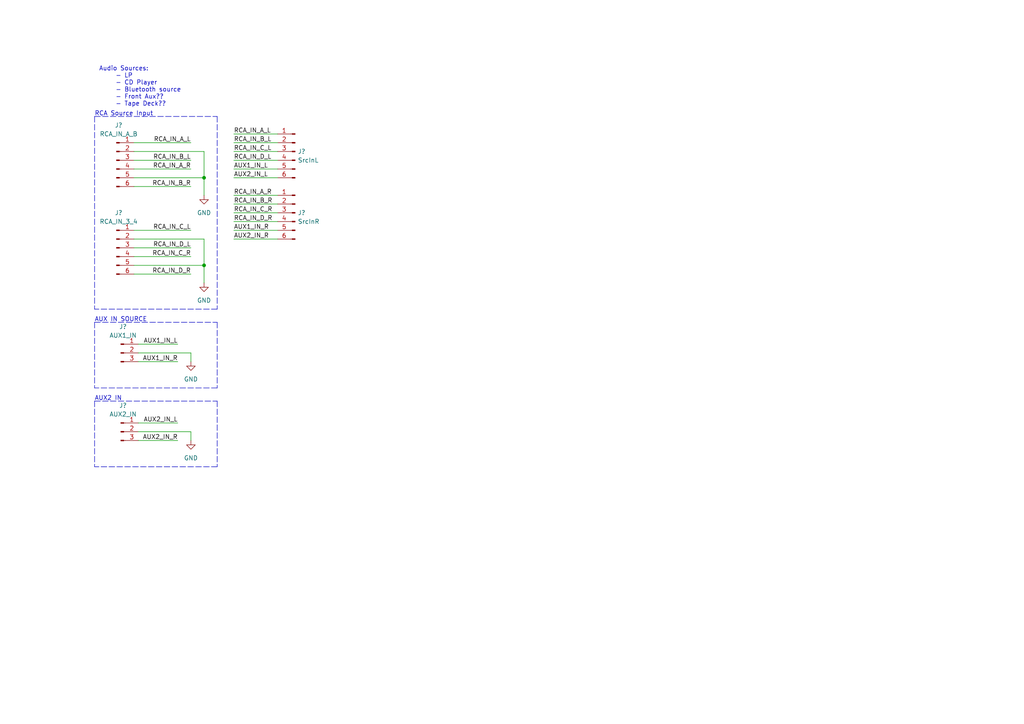
<source format=kicad_sch>
(kicad_sch (version 20211123) (generator eeschema)
  (paper "A4")
  (lib_symbols
    (symbol "Connector:Conn_01x03_Male" (pin_names (offset 1.016) hide)
      (property "Reference" "J" (at 0 5.08 0))
      (property "Value" "Conn_01x03_Male" (at 0 -5.08 0))
      (symbol "Conn_01x03_Male_1_1"
        (polyline (pts (xy 1.27 -2.54) (xy 0.8636 -2.54)) (stroke (width 0.1524)))
        (polyline (pts (xy 1.27 0) (xy 0.8636 0)) (stroke (width 0.1524)))
        (polyline (pts (xy 1.27 2.54) (xy 0.8636 2.54)) (stroke (width 0.1524)))
        (rectangle (start 0.8636 -2.413) (end 0 -2.667) (stroke (width 0.1524)) (fill (type outline)))
        (rectangle (start 0.8636 0.127) (end 0 -0.127) (stroke (width 0.1524)) (fill (type outline)))
        (rectangle (start 0.8636 2.667) (end 0 2.413) (stroke (width 0.1524)) (fill (type outline)))
        (pin passive line (at 5.08 2.54 180) (length 3.81) (name "Pin_1") (number "1"))
        (pin passive line (at 5.08 0 180) (length 3.81) (name "Pin_2") (number "2"))
        (pin passive line (at 5.08 -2.54 180) (length 3.81) (name "Pin_3") (number "3"))
      )
    )
    (symbol "Connector:Conn_01x06_Male" (pin_names (offset 1.016) hide)
      (property "Reference" "J" (at 0 7.62 0))
      (property "Value" "Conn_01x06_Male" (at 0 -10.16 0))
      (symbol "Conn_01x06_Male_1_1"
        (polyline (pts (xy 1.27 -7.62) (xy 0.8636 -7.62)) (stroke (width 0.1524)))
        (polyline (pts (xy 1.27 -5.08) (xy 0.8636 -5.08)) (stroke (width 0.1524)))
        (polyline (pts (xy 1.27 -2.54) (xy 0.8636 -2.54)) (stroke (width 0.1524)))
        (polyline (pts (xy 1.27 0) (xy 0.8636 0)) (stroke (width 0.1524)))
        (polyline (pts (xy 1.27 2.54) (xy 0.8636 2.54)) (stroke (width 0.1524)))
        (polyline (pts (xy 1.27 5.08) (xy 0.8636 5.08)) (stroke (width 0.1524)))
        (rectangle (start 0.8636 -7.493) (end 0 -7.747) (stroke (width 0.1524)) (fill (type outline)))
        (rectangle (start 0.8636 -4.953) (end 0 -5.207) (stroke (width 0.1524)) (fill (type outline)))
        (rectangle (start 0.8636 -2.413) (end 0 -2.667) (stroke (width 0.1524)) (fill (type outline)))
        (rectangle (start 0.8636 0.127) (end 0 -0.127) (stroke (width 0.1524)) (fill (type outline)))
        (rectangle (start 0.8636 2.667) (end 0 2.413) (stroke (width 0.1524)) (fill (type outline)))
        (rectangle (start 0.8636 5.207) (end 0 4.953) (stroke (width 0.1524)) (fill (type outline)))
        (pin passive line (at 5.08 5.08 180) (length 3.81) (name "Pin_1") (number "1"))
        (pin passive line (at 5.08 2.54 180) (length 3.81) (name "Pin_2") (number "2"))
        (pin passive line (at 5.08 0 180) (length 3.81) (name "Pin_3") (number "3"))
        (pin passive line (at 5.08 -2.54 180) (length 3.81) (name "Pin_4") (number "4"))
        (pin passive line (at 5.08 -5.08 180) (length 3.81) (name "Pin_5") (number "5"))
        (pin passive line (at 5.08 -7.62 180) (length 3.81) (name "Pin_6") (number "6"))
      )
    )
    (symbol "power:GND" (power) (pin_names (offset 0))
      (property "Value" "GND" (at 0 -3.81 0))
      (symbol "GND_0_1"
        (polyline (pts (xy 0 0) (xy 0 -1.27) (xy 1.27 -1.27) (xy 0 -2.54) (xy -1.27 -1.27) (xy 0 -1.27)))
      )
      (symbol "GND_1_1"
        (pin power_in line (at 0 0 270) (length 0) hide (name "GND") (number "1"))
      )
    )
  )
  (junction (at 59.182 51.562))
  (junction (at 59.182 76.962))
  (wire (pts (xy 67.818 66.802) (xy 80.518 66.802)))
  (wire (pts (xy 59.182 51.562) (xy 59.182 56.642)))
  (wire (pts (xy 40.132 125.222) (xy 55.372 125.222)))
  (wire (pts (xy 67.818 38.862) (xy 80.518 38.862)))
  (wire (pts (xy 67.818 43.942) (xy 80.518 43.942)))
  (wire (pts (xy 38.862 69.342) (xy 59.182 69.342)))
  (wire (pts (xy 67.818 64.262) (xy 80.518 64.262)))
  (wire (pts (xy 67.818 61.722) (xy 80.518 61.722)))
  (polyline (pts (xy 62.992 116.332) (xy 62.992 135.382)))
  (wire (pts (xy 59.182 69.342) (xy 59.182 76.962)))
  (wire (pts (xy 38.862 46.482) (xy 55.372 46.482)))
  (wire (pts (xy 38.862 74.422) (xy 55.372 74.422)))
  (polyline (pts (xy 27.432 33.782) (xy 27.432 89.662)))
  (polyline (pts (xy 62.992 93.472) (xy 62.992 112.522)))
  (polyline (pts (xy 62.992 33.782) (xy 62.992 89.662)))
  (wire (pts (xy 67.818 59.182) (xy 80.518 59.182)))
  (wire (pts (xy 59.182 51.562) (xy 38.862 51.562)))
  (wire (pts (xy 67.818 46.482) (xy 80.518 46.482)))
  (wire (pts (xy 67.818 51.562) (xy 80.518 51.562)))
  (wire (pts (xy 38.862 54.102) (xy 55.372 54.102)))
  (wire (pts (xy 40.132 127.762) (xy 51.562 127.762)))
  (polyline (pts (xy 27.432 93.472) (xy 27.432 112.522)))
  (wire (pts (xy 40.132 104.902) (xy 51.562 104.902)))
  (wire (pts (xy 40.132 99.822) (xy 51.562 99.822)))
  (wire (pts (xy 55.372 102.362) (xy 55.372 104.902)))
  (wire (pts (xy 59.182 76.962) (xy 59.182 82.042)))
  (polyline (pts (xy 27.432 116.332) (xy 27.432 135.382)))
  (wire (pts (xy 38.862 71.882) (xy 55.372 71.882)))
  (polyline (pts (xy 27.432 116.332) (xy 62.992 116.332)))
  (polyline (pts (xy 27.432 33.782) (xy 62.992 33.782)))
  (wire (pts (xy 67.818 69.342) (xy 80.518 69.342)))
  (wire (pts (xy 38.862 49.022) (xy 55.372 49.022)))
  (wire (pts (xy 38.862 66.802) (xy 55.372 66.802)))
  (wire (pts (xy 55.372 125.222) (xy 55.372 127.762)))
  (wire (pts (xy 67.818 56.642) (xy 80.518 56.642)))
  (polyline (pts (xy 62.992 112.522) (xy 27.432 112.522)))
  (wire (pts (xy 40.132 122.682) (xy 51.562 122.682)))
  (polyline (pts (xy 62.992 135.382) (xy 27.432 135.382)))
  (wire (pts (xy 59.182 43.942) (xy 59.182 51.562)))
  (wire (pts (xy 38.862 43.942) (xy 59.182 43.942)))
  (polyline (pts (xy 62.992 89.662) (xy 27.432 89.662)))
  (wire (pts (xy 67.818 49.022) (xy 80.518 49.022)))
  (polyline (pts (xy 27.432 93.472) (xy 62.992 93.472)))
  (wire (pts (xy 59.182 76.962) (xy 38.862 76.962)))
  (wire (pts (xy 38.862 41.402) (xy 55.372 41.402)))
  (wire (pts (xy 40.132 102.362) (xy 55.372 102.362)))
  (wire (pts (xy 38.862 79.502) (xy 55.372 79.502)))
  (wire (pts (xy 67.818 41.402) (xy 80.518 41.402)))
  (text "Audio Sources:\n	- LP\n	- CD Player\n	- Bluetooth source\n	- Front Aux??\n	- Tape Deck??\n\n	" (at 28.702 35.052 0) (effects (font (size 1.27 1.27)) (justify left bottom)))
  (text "AUX IN SOURCE" (at 27.432 93.472 0) (effects (font (size 1.27 1.27)) (justify left bottom)))
  (text "AUX2 IN" (at 27.432 116.332 0) (effects (font (size 1.27 1.27)) (justify left bottom)))
  (text "RCA Source Input" (at 27.432 33.782 0) (effects (font (size 1.27 1.27)) (justify left bottom)))
  (label "RCA_IN_A_L" (at 67.818 38.862 0))
  (label "RCA_IN_B_L" (at 67.818 41.402 0))
  (label "RCA_IN_A_R" (at 67.818 56.642 0))
  (label "RCA_IN_D_R" (at 67.818 64.262 0))
  (label "RCA_IN_B_L" (at 55.372 46.482 180))
  (label "AUX1_IN_R" (at 67.818 66.802 0))
  (label "RCA_IN_C_L" (at 67.818 43.942 0))
  (label "RCA_IN_D_L" (at 67.818 46.482 0))
  (label "AUX1_IN_L" (at 51.562 99.822 180))
  (label "RCA_IN_D_R" (at 55.372 79.502 180))
  (label "RCA_IN_C_L" (at 55.372 66.802 180))
  (label "RCA_IN_B_R" (at 55.372 54.102 180))
  (label "AUX2_IN_R" (at 67.818 69.342 0))
  (label "RCA_IN_D_L" (at 55.372 71.882 180))
  (label "AUX1_IN_L" (at 67.818 49.022 0))
  (label "AUX1_IN_R" (at 51.562 104.902 180))
  (label "RCA_IN_C_R" (at 67.818 61.722 0))
  (label "AUX2_IN_R" (at 51.562 127.762 180))
  (label "AUX2_IN_L" (at 67.818 51.562 0))
  (label "RCA_IN_C_R" (at 55.372 74.422 180))
  (label "AUX2_IN_L" (at 51.562 122.682 180))
  (label "RCA_IN_B_R" (at 67.818 59.182 0))
  (label "RCA_IN_A_L" (at 55.372 41.402 180))
  (label "RCA_IN_A_R" (at 55.372 49.022 180))
  (symbol (lib_id "power:GND") (at 59.182 82.042 0) (unit 1)
    (property "Reference" "#PWR?" (effects hide))
    (property "Value" "GND" (at 59.182 87.122 0))
  )
  (symbol (lib_id "Connector:Conn_01x06_Male") (at 85.598 43.942 0) (mirror y) (unit 1)
    (property "Reference" "J?" (at 86.36 43.9419 0) (effects (justify right)))
    (property "Value" "SrcInL" (at 86.36 46.4819 0) (effects (justify right)))
    (property "Footprint" "Connector_JST:JST_XH_B6B-XH-A_1x06_P2.50mm_Vertical" (effects hide))
  )
  (symbol (lib_id "Connector:Conn_01x03_Male") (at 35.052 102.362 0) (unit 1)
    (property "Reference" "J?" (at 35.687 94.742 0))
    (property "Value" "AUX1_IN" (at 35.687 97.282 0))
    (property "Footprint" "Connector_JST:JST_XH_B3B-XH-A_1x03_P2.50mm_Vertical" (effects hide))
  )
  (symbol (lib_id "power:GND") (at 55.372 127.762 0) (unit 1)
    (property "Reference" "#PWR?" (effects hide))
    (property "Value" "GND" (at 55.372 132.842 0))
  )
  (symbol (lib_id "Connector:Conn_01x06_Male") (at 85.598 61.722 0) (mirror y) (unit 1)
    (property "Reference" "J?" (at 86.36 61.7219 0) (effects (justify right)))
    (property "Value" "SrcInR" (at 86.36 64.2619 0) (effects (justify right)))
    (property "Footprint" "Connector_JST:JST_XH_B6B-XH-A_1x06_P2.50mm_Vertical" (effects hide))
  )
  (symbol (lib_id "Connector:Conn_01x03_Male") (at 35.052 125.222 0) (unit 1)
    (property "Reference" "J?" (at 35.687 117.602 0))
    (property "Value" "AUX2_IN" (at 35.687 120.142 0))
    (property "Footprint" "Connector_JST:JST_XH_B3B-XH-A_1x03_P2.50mm_Vertical" (effects hide))
  )
  (symbol (lib_id "Connector:Conn_01x06_Male") (at 33.782 71.882 0) (unit 1)
    (property "Reference" "J?" (at 34.417 61.722 0))
    (property "Value" "RCA_IN_3_4" (at 34.417 64.262 0))
    (property "Footprint" "Connector_JST:JST_XH_B6B-XH-A_1x06_P2.50mm_Vertical" (effects hide))
  )
  (symbol (lib_id "power:GND") (at 55.372 104.902 0) (unit 1)
    (property "Reference" "#PWR?" (effects hide))
    (property "Value" "GND" (at 55.372 109.982 0))
  )
  (symbol (lib_id "Connector:Conn_01x06_Male") (at 33.782 46.482 0) (unit 1)
    (property "Reference" "J?" (at 34.417 36.322 0))
    (property "Value" "RCA_IN_A_B" (at 34.417 38.862 0))
    (property "Footprint" "Connector_JST:JST_XH_B6B-XH-A_1x06_P2.50mm_Vertical" (effects hide))
  )
  (symbol (lib_id "power:GND") (at 59.182 56.642 0) (unit 1)
    (property "Reference" "#PWR?" (effects hide))
    (property "Value" "GND" (at 59.182 61.722 0))
  )
)
</source>
